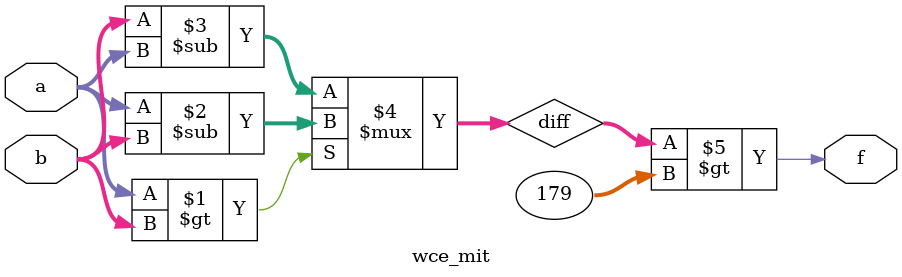
<source format=v>
module wce_mit(a, b, f);
parameter _bit = 16;
parameter wce = 179;
input [_bit - 1: 0] a;
input [_bit - 1: 0] b;
output f;
wire [_bit - 1: 0] diff;
assign diff = (a > b)? (a - b): (b - a);
assign f = (diff > wce);
endmodule

</source>
